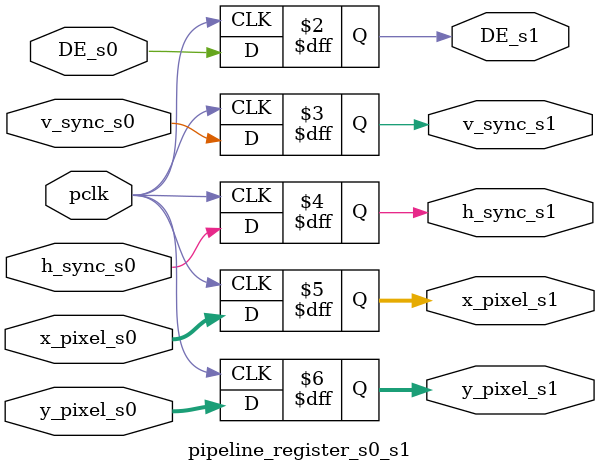
<source format=sv>
`timescale 1ns / 1ps

module pipeline_register_s0_s1 (
    input  logic       pclk,
    input  logic       DE_s0,
    input  logic       v_sync_s0,
    input  logic       h_sync_s0,
    input  logic [9:0] x_pixel_s0,
    input  logic [9:0] y_pixel_s0,
    output logic       DE_s1,
    output logic       v_sync_s1,
    output logic       h_sync_s1,
    output logic [9:0] x_pixel_s1,
    output logic [9:0] y_pixel_s1
);
    always_ff @(posedge pclk) begin
        DE_s1      <= DE_s0;
        v_sync_s1  <= v_sync_s0;
        h_sync_s1  <= h_sync_s0;
        x_pixel_s1 <= x_pixel_s0;
        y_pixel_s1 <= y_pixel_s0;
    end
endmodule
</source>
